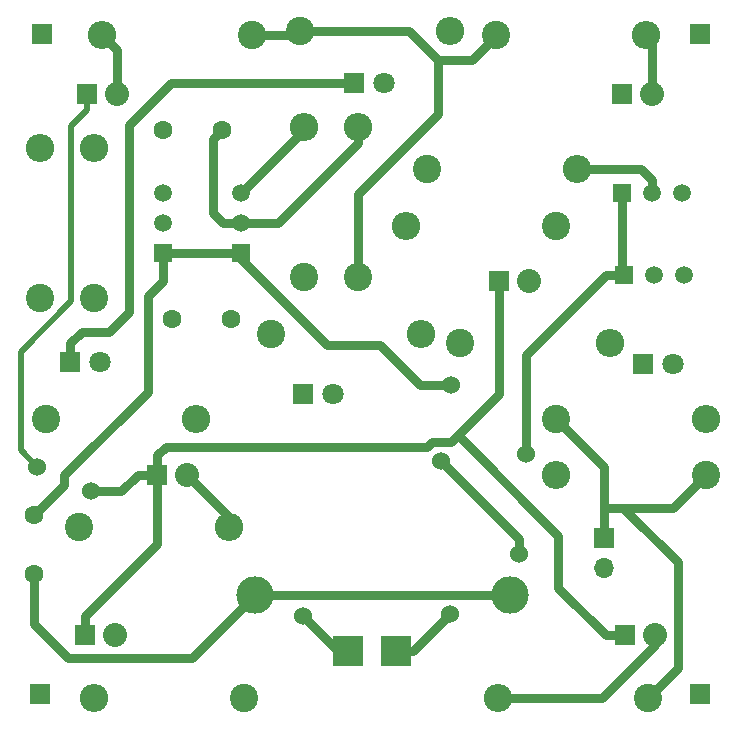
<source format=gbr>
G04 #@! TF.GenerationSoftware,KiCad,Pcbnew,(5.0.1)-4*
G04 #@! TF.CreationDate,2019-02-28T18:49:44-05:00*
G04 #@! TF.ProjectId,km-skillz-badge-kit,6B6D2D736B696C6C7A2D62616467652D,rev?*
G04 #@! TF.SameCoordinates,Original*
G04 #@! TF.FileFunction,Copper,L1,Top,Signal*
G04 #@! TF.FilePolarity,Positive*
%FSLAX46Y46*%
G04 Gerber Fmt 4.6, Leading zero omitted, Abs format (unit mm)*
G04 Created by KiCad (PCBNEW (5.0.1)-4) date 2/28/2019 6:49:44 PM*
%MOMM*%
%LPD*%
G01*
G04 APERTURE LIST*
G04 #@! TA.AperFunction,ComponentPad*
%ADD10O,1.700000X1.700000*%
G04 #@! TD*
G04 #@! TA.AperFunction,ComponentPad*
%ADD11R,1.700000X1.700000*%
G04 #@! TD*
G04 #@! TA.AperFunction,ComponentPad*
%ADD12C,3.175000*%
G04 #@! TD*
G04 #@! TA.AperFunction,ComponentPad*
%ADD13R,1.778000X1.778000*%
G04 #@! TD*
G04 #@! TA.AperFunction,ComponentPad*
%ADD14C,2.032000*%
G04 #@! TD*
G04 #@! TA.AperFunction,ComponentPad*
%ADD15C,1.800000*%
G04 #@! TD*
G04 #@! TA.AperFunction,ComponentPad*
%ADD16R,1.800000X1.800000*%
G04 #@! TD*
G04 #@! TA.AperFunction,ComponentPad*
%ADD17C,1.520000*%
G04 #@! TD*
G04 #@! TA.AperFunction,ComponentPad*
%ADD18R,1.520000X1.520000*%
G04 #@! TD*
G04 #@! TA.AperFunction,ComponentPad*
%ADD19C,1.600000*%
G04 #@! TD*
G04 #@! TA.AperFunction,ComponentPad*
%ADD20C,2.400000*%
G04 #@! TD*
G04 #@! TA.AperFunction,ComponentPad*
%ADD21O,2.400000X2.400000*%
G04 #@! TD*
G04 #@! TA.AperFunction,SMDPad,CuDef*
%ADD22R,2.540000X2.500000*%
G04 #@! TD*
G04 #@! TA.AperFunction,ViaPad*
%ADD23C,1.524000*%
G04 #@! TD*
G04 #@! TA.AperFunction,Conductor*
%ADD24C,0.762000*%
G04 #@! TD*
G04 #@! TA.AperFunction,Conductor*
%ADD25C,0.508000*%
G04 #@! TD*
G04 APERTURE END LIST*
D10*
G04 #@! TO.P,J1,2*
G04 #@! TO.N,Net-(BT1-Pad1)*
X170180000Y-101092000D03*
D11*
G04 #@! TO.P,J1,1*
G04 #@! TO.N,VCC*
X170180000Y-98552000D03*
G04 #@! TD*
D12*
G04 #@! TO.P,BT1,1*
G04 #@! TO.N,Net-(BT1-Pad1)*
X162179000Y-103378000D03*
X140589000Y-103378000D03*
G04 #@! TD*
D13*
G04 #@! TO.P,D4,1*
G04 #@! TO.N,Net-(D1-Pad1)*
X126238000Y-106807000D03*
D14*
G04 #@! TO.P,D4,2*
G04 #@! TO.N,Net-(D4-Pad2)*
X128778000Y-106807000D03*
G04 #@! TD*
G04 #@! TO.P,D3,2*
G04 #@! TO.N,Net-(D3-Pad2)*
X174498000Y-106807000D03*
D13*
G04 #@! TO.P,D3,1*
G04 #@! TO.N,Net-(D1-Pad1)*
X171958000Y-106807000D03*
G04 #@! TD*
G04 #@! TO.P,D1,1*
G04 #@! TO.N,Net-(D1-Pad1)*
X126365000Y-60960000D03*
D14*
G04 #@! TO.P,D1,2*
G04 #@! TO.N,Net-(D1-Pad2)*
X128905000Y-60960000D03*
G04 #@! TD*
D13*
G04 #@! TO.P,D2,1*
G04 #@! TO.N,Net-(D1-Pad1)*
X171704000Y-60960000D03*
D14*
G04 #@! TO.P,D2,2*
G04 #@! TO.N,Net-(D2-Pad2)*
X174244000Y-60960000D03*
G04 #@! TD*
G04 #@! TO.P,D5,2*
G04 #@! TO.N,Net-(D5-Pad2)*
X134874000Y-93218000D03*
D13*
G04 #@! TO.P,D5,1*
G04 #@! TO.N,Net-(D1-Pad1)*
X132334000Y-93218000D03*
G04 #@! TD*
D14*
G04 #@! TO.P,D6,2*
G04 #@! TO.N,Net-(D6-Pad2)*
X163830000Y-76835000D03*
D13*
G04 #@! TO.P,D6,1*
G04 #@! TO.N,Net-(D1-Pad1)*
X161290000Y-76835000D03*
G04 #@! TD*
D15*
G04 #@! TO.P,D7,2*
G04 #@! TO.N,Net-(D7-Pad2)*
X151511000Y-60020200D03*
D16*
G04 #@! TO.P,D7,1*
G04 #@! TO.N,Net-(D10-Pad1)*
X148971000Y-60020200D03*
G04 #@! TD*
G04 #@! TO.P,D8,1*
G04 #@! TO.N,Net-(D10-Pad1)*
X173431200Y-83820000D03*
D15*
G04 #@! TO.P,D8,2*
G04 #@! TO.N,Net-(D8-Pad2)*
X175971200Y-83820000D03*
G04 #@! TD*
D16*
G04 #@! TO.P,D10,1*
G04 #@! TO.N,Net-(D10-Pad1)*
X124968000Y-83693000D03*
D15*
G04 #@! TO.P,D10,2*
G04 #@! TO.N,Net-(D10-Pad2)*
X127508000Y-83693000D03*
G04 #@! TD*
G04 #@! TO.P,D11,2*
G04 #@! TO.N,Net-(D11-Pad2)*
X147193000Y-86360000D03*
D16*
G04 #@! TO.P,D11,1*
G04 #@! TO.N,Net-(D10-Pad1)*
X144653000Y-86360000D03*
G04 #@! TD*
D17*
G04 #@! TO.P,Q1,2*
G04 #@! TO.N,Net-(Q1-Pad2)*
X174244000Y-69342000D03*
G04 #@! TO.P,Q1,3*
G04 #@! TO.N,Net-(D1-Pad1)*
X176784000Y-69342000D03*
D18*
G04 #@! TO.P,Q1,1*
G04 #@! TO.N,GND*
X171704000Y-69342000D03*
G04 #@! TD*
G04 #@! TO.P,Q2,1*
G04 #@! TO.N,GND*
X171831000Y-76327000D03*
D17*
G04 #@! TO.P,Q2,3*
G04 #@! TO.N,Net-(D10-Pad1)*
X176911000Y-76327000D03*
G04 #@! TO.P,Q2,2*
G04 #@! TO.N,Net-(Q2-Pad2)*
X174371000Y-76327000D03*
G04 #@! TD*
D18*
G04 #@! TO.P,Q3,1*
G04 #@! TO.N,GND*
X139446000Y-74422000D03*
D17*
G04 #@! TO.P,Q3,3*
G04 #@! TO.N,Net-(C1-Pad1)*
X139446000Y-69342000D03*
G04 #@! TO.P,Q3,2*
G04 #@! TO.N,Net-(C2-Pad1)*
X139446000Y-71882000D03*
G04 #@! TD*
G04 #@! TO.P,Q4,2*
G04 #@! TO.N,Net-(C1-Pad2)*
X132842000Y-71882000D03*
G04 #@! TO.P,Q4,3*
G04 #@! TO.N,Net-(C2-Pad2)*
X132842000Y-69342000D03*
D18*
G04 #@! TO.P,Q4,1*
G04 #@! TO.N,GND*
X132842000Y-74422000D03*
G04 #@! TD*
D19*
G04 #@! TO.P,C1,2*
G04 #@! TO.N,Net-(C1-Pad2)*
X133604000Y-80010000D03*
G04 #@! TO.P,C1,1*
G04 #@! TO.N,Net-(C1-Pad1)*
X138604000Y-80010000D03*
G04 #@! TD*
G04 #@! TO.P,C2,2*
G04 #@! TO.N,Net-(C2-Pad2)*
X132842000Y-64008000D03*
G04 #@! TO.P,C2,1*
G04 #@! TO.N,Net-(C2-Pad1)*
X137842000Y-64008000D03*
G04 #@! TD*
G04 #@! TO.P,C3,2*
G04 #@! TO.N,GND*
X121920000Y-96600000D03*
G04 #@! TO.P,C3,1*
G04 #@! TO.N,Net-(BT1-Pad1)*
X121920000Y-101600000D03*
G04 #@! TD*
D11*
G04 #@! TO.P,MTH1,1*
G04 #@! TO.N,N/C*
X178308000Y-55880000D03*
G04 #@! TD*
G04 #@! TO.P,MTH2,1*
G04 #@! TO.N,N/C*
X122555000Y-55880000D03*
G04 #@! TD*
G04 #@! TO.P,MTH3,1*
G04 #@! TO.N,N/C*
X122428000Y-111760000D03*
G04 #@! TD*
G04 #@! TO.P,MTH4,1*
G04 #@! TO.N,N/C*
X178308000Y-111760000D03*
G04 #@! TD*
D20*
G04 #@! TO.P,R1,1*
G04 #@! TO.N,VCC*
X140335000Y-56007000D03*
D21*
G04 #@! TO.P,R1,2*
G04 #@! TO.N,Net-(D1-Pad2)*
X127635000Y-56007000D03*
G04 #@! TD*
G04 #@! TO.P,R2,2*
G04 #@! TO.N,Net-(D2-Pad2)*
X173736000Y-56007000D03*
D20*
G04 #@! TO.P,R2,1*
G04 #@! TO.N,VCC*
X161036000Y-56007000D03*
G04 #@! TD*
G04 #@! TO.P,R3,1*
G04 #@! TO.N,VCC*
X173863000Y-112141000D03*
D21*
G04 #@! TO.P,R3,2*
G04 #@! TO.N,Net-(D3-Pad2)*
X161163000Y-112141000D03*
G04 #@! TD*
G04 #@! TO.P,R4,2*
G04 #@! TO.N,Net-(D4-Pad2)*
X127000000Y-112141000D03*
D20*
G04 #@! TO.P,R4,1*
G04 #@! TO.N,VCC*
X139700000Y-112141000D03*
G04 #@! TD*
G04 #@! TO.P,R5,1*
G04 #@! TO.N,VCC*
X125730000Y-97663000D03*
D21*
G04 #@! TO.P,R5,2*
G04 #@! TO.N,Net-(D5-Pad2)*
X138430000Y-97663000D03*
G04 #@! TD*
G04 #@! TO.P,R6,2*
G04 #@! TO.N,Net-(D6-Pad2)*
X170688000Y-82042000D03*
D20*
G04 #@! TO.P,R6,1*
G04 #@! TO.N,VCC*
X157988000Y-82042000D03*
G04 #@! TD*
G04 #@! TO.P,R7,1*
G04 #@! TO.N,VCC*
X144399000Y-55626000D03*
D21*
G04 #@! TO.P,R7,2*
G04 #@! TO.N,Net-(D7-Pad2)*
X157099000Y-55626000D03*
G04 #@! TD*
G04 #@! TO.P,R8,2*
G04 #@! TO.N,Net-(D8-Pad2)*
X178816000Y-88519000D03*
D20*
G04 #@! TO.P,R8,1*
G04 #@! TO.N,VCC*
X166116000Y-88519000D03*
G04 #@! TD*
G04 #@! TO.P,R9,1*
G04 #@! TO.N,VCC*
X178816000Y-93218000D03*
D21*
G04 #@! TO.P,R9,2*
G04 #@! TO.N,Net-(D9-Pad2)*
X166116000Y-93218000D03*
G04 #@! TD*
G04 #@! TO.P,R10,2*
G04 #@! TO.N,Net-(D10-Pad2)*
X135636000Y-88468200D03*
D20*
G04 #@! TO.P,R10,1*
G04 #@! TO.N,VCC*
X122936000Y-88468200D03*
G04 #@! TD*
G04 #@! TO.P,R11,1*
G04 #@! TO.N,VCC*
X141986000Y-81280000D03*
D21*
G04 #@! TO.P,R11,2*
G04 #@! TO.N,Net-(D11-Pad2)*
X154686000Y-81280000D03*
G04 #@! TD*
D20*
G04 #@! TO.P,R12,1*
G04 #@! TO.N,Net-(C1-Pad1)*
X155194000Y-67310000D03*
D21*
G04 #@! TO.P,R12,2*
G04 #@! TO.N,Net-(Q1-Pad2)*
X167894000Y-67310000D03*
G04 #@! TD*
G04 #@! TO.P,R13,2*
G04 #@! TO.N,Net-(C2-Pad2)*
X153416000Y-72136000D03*
D20*
G04 #@! TO.P,R13,1*
G04 #@! TO.N,Net-(Q2-Pad2)*
X166116000Y-72136000D03*
G04 #@! TD*
D21*
G04 #@! TO.P,R14,2*
G04 #@! TO.N,Net-(C1-Pad1)*
X144780000Y-63754000D03*
D20*
G04 #@! TO.P,R14,1*
G04 #@! TO.N,VCC*
X144780000Y-76454000D03*
G04 #@! TD*
D21*
G04 #@! TO.P,R15,2*
G04 #@! TO.N,Net-(C1-Pad2)*
X122428000Y-65532000D03*
D20*
G04 #@! TO.P,R15,1*
G04 #@! TO.N,VCC*
X122428000Y-78232000D03*
G04 #@! TD*
G04 #@! TO.P,R16,1*
G04 #@! TO.N,VCC*
X149352000Y-76454000D03*
D21*
G04 #@! TO.P,R16,2*
G04 #@! TO.N,Net-(C2-Pad1)*
X149352000Y-63754000D03*
G04 #@! TD*
G04 #@! TO.P,R17,2*
G04 #@! TO.N,Net-(C2-Pad2)*
X127000000Y-65532000D03*
D20*
G04 #@! TO.P,R17,1*
G04 #@! TO.N,VCC*
X127000000Y-78232000D03*
G04 #@! TD*
D22*
G04 #@! TO.P,D9,2*
G04 #@! TO.N,Net-(D9-Pad2)*
X152501600Y-108153200D03*
G04 #@! TO.P,D9,1*
G04 #@! TO.N,Net-(D10-Pad1)*
X148501600Y-108153200D03*
G04 #@! TD*
D23*
G04 #@! TO.N,GND*
X163576000Y-91440000D03*
X157226000Y-85598000D03*
G04 #@! TO.N,Net-(D1-Pad1)*
X126746000Y-94615000D03*
X122174000Y-92557600D03*
G04 #@! TO.N,Net-(D9-Pad2)*
X157124400Y-105029000D03*
G04 #@! TO.N,Net-(D10-Pad1)*
X162915600Y-99923600D03*
X156362400Y-92075000D03*
X144653000Y-105167000D03*
G04 #@! TD*
D24*
G04 #@! TO.N,GND*
X132842000Y-74422000D02*
X139446000Y-74422000D01*
X171704000Y-76200000D02*
X171831000Y-76327000D01*
X171704000Y-69342000D02*
X171704000Y-76200000D01*
X163576000Y-90362370D02*
X163576000Y-91440000D01*
X163576000Y-83060000D02*
X163576000Y-90362370D01*
X170309000Y-76327000D02*
X163576000Y-83060000D01*
X171831000Y-76327000D02*
X170309000Y-76327000D01*
X124460000Y-93218000D02*
X131521200Y-86156800D01*
X131521200Y-86156800D02*
X131521200Y-78079600D01*
X132842000Y-76758800D02*
X132842000Y-74422000D01*
X131521200Y-78079600D02*
X132842000Y-76758800D01*
X124460000Y-94060000D02*
X121920000Y-96600000D01*
X124460000Y-93218000D02*
X124460000Y-94060000D01*
X139446000Y-74422000D02*
X139446000Y-74930000D01*
X139446000Y-74930000D02*
X146710400Y-82194400D01*
X146710400Y-82194400D02*
X151180800Y-82194400D01*
X154584400Y-85598000D02*
X157226000Y-85598000D01*
X151180800Y-82194400D02*
X154584400Y-85598000D01*
G04 #@! TO.N,Net-(D1-Pad2)*
X128905000Y-57277000D02*
X127635000Y-56007000D01*
X128905000Y-60960000D02*
X128905000Y-57277000D01*
G04 #@! TO.N,Net-(D2-Pad2)*
X174244000Y-56515000D02*
X173736000Y-56007000D01*
X174244000Y-60960000D02*
X174244000Y-56515000D01*
G04 #@! TO.N,Net-(D3-Pad2)*
X162860056Y-112141000D02*
X161163000Y-112141000D01*
X170002202Y-112141000D02*
X162860056Y-112141000D01*
X174498000Y-107645202D02*
X170002202Y-112141000D01*
X174498000Y-106807000D02*
X174498000Y-107645202D01*
G04 #@! TO.N,Net-(D5-Pad2)*
X138430000Y-96774000D02*
X134874000Y-93218000D01*
X138430000Y-97663000D02*
X138430000Y-96774000D01*
G04 #@! TO.N,VCC*
X171792000Y-96012000D02*
X170180000Y-96012000D01*
X176403001Y-100623001D02*
X171792000Y-96012000D01*
X176403001Y-109600999D02*
X176403001Y-100623001D01*
X173863000Y-112141000D02*
X176403001Y-109600999D01*
X170180000Y-92583000D02*
X166116000Y-88519000D01*
X170180000Y-96012000D02*
X170180000Y-92583000D01*
X159836001Y-57206999D02*
X161036000Y-56007000D01*
X158946999Y-58096001D02*
X159836001Y-57206999D01*
X156096279Y-58096001D02*
X158946999Y-58096001D01*
X154007278Y-56007000D02*
X156096279Y-58096001D01*
X156096279Y-58096001D02*
X156096279Y-62648521D01*
X156096279Y-62648521D02*
X149352000Y-69392800D01*
X176022000Y-96012000D02*
X178816000Y-93218000D01*
X171792000Y-96012000D02*
X176022000Y-96012000D01*
X170180000Y-96940000D02*
X170180000Y-96012000D01*
X170180000Y-98552000D02*
X170180000Y-96940000D01*
X149352000Y-69392800D02*
X149352000Y-76454000D01*
X144018000Y-56007000D02*
X144399000Y-55626000D01*
X140335000Y-56007000D02*
X144018000Y-56007000D01*
X153626278Y-55626000D02*
X154007278Y-56007000D01*
X144399000Y-55626000D02*
X153626278Y-55626000D01*
G04 #@! TO.N,Net-(D1-Pad1)*
X132334000Y-91567000D02*
X132334000Y-93218000D01*
X161290000Y-76835000D02*
X161290000Y-86360000D01*
X132334000Y-94869000D02*
X132334000Y-93218000D01*
X132334000Y-99060000D02*
X132334000Y-94869000D01*
X126238000Y-105156000D02*
X132334000Y-99060000D01*
X126238000Y-106807000D02*
X126238000Y-105156000D01*
X130683000Y-93218000D02*
X129286000Y-94615000D01*
X132334000Y-93218000D02*
X130683000Y-93218000D01*
X129286000Y-94615000D02*
X126746000Y-94615000D01*
D25*
X126365000Y-62357000D02*
X126365000Y-60960000D01*
X125037999Y-63684001D02*
X126365000Y-62357000D01*
X125037999Y-78525763D02*
X125037999Y-63684001D01*
X120750010Y-82813752D02*
X125037999Y-78525763D01*
X122174000Y-92557600D02*
X120750010Y-91133610D01*
X120750010Y-91133610D02*
X120750010Y-82813752D01*
D24*
X170307000Y-106807000D02*
X166268400Y-102768400D01*
X171958000Y-106807000D02*
X170307000Y-106807000D01*
X166268400Y-98348800D02*
X157784800Y-89865200D01*
X166268400Y-102768400D02*
X166268400Y-98348800D01*
X161290000Y-86360000D02*
X157784800Y-89865200D01*
X157784800Y-89865200D02*
X157226000Y-90424000D01*
X155569918Y-90424000D02*
X157226000Y-90424000D01*
X155163518Y-90830400D02*
X155569918Y-90424000D01*
X133070600Y-90830400D02*
X155163518Y-90830400D01*
X132334000Y-91567000D02*
X133070600Y-90830400D01*
G04 #@! TO.N,Net-(D9-Pad2)*
X154000200Y-108153200D02*
X157124400Y-105029000D01*
X152501600Y-108153200D02*
X154000200Y-108153200D01*
G04 #@! TO.N,Net-(Q1-Pad2)*
X174244000Y-68267198D02*
X174244000Y-69342000D01*
X173286802Y-67310000D02*
X174244000Y-68267198D01*
X167894000Y-67310000D02*
X173286802Y-67310000D01*
G04 #@! TO.N,Net-(BT1-Pad1)*
X159933936Y-103378000D02*
X140589000Y-103378000D01*
X162179000Y-103378000D02*
X159933936Y-103378000D01*
X121920000Y-105867202D02*
X121920000Y-101600000D01*
X124764799Y-108712001D02*
X121920000Y-105867202D01*
X140589000Y-103378000D02*
X135254999Y-108712001D01*
X135254999Y-108712001D02*
X124764799Y-108712001D01*
G04 #@! TO.N,Net-(C1-Pad1)*
X144780000Y-64008000D02*
X144780000Y-63754000D01*
X139446000Y-69342000D02*
X144780000Y-64008000D01*
G04 #@! TO.N,Net-(C2-Pad1)*
X137042001Y-64807999D02*
X137042001Y-71002001D01*
X137842000Y-64008000D02*
X137042001Y-64807999D01*
X137042001Y-71002001D02*
X137922000Y-71882000D01*
X137922000Y-71882000D02*
X139446000Y-71882000D01*
X149352000Y-65074800D02*
X149352000Y-62992000D01*
X139446000Y-71882000D02*
X142544800Y-71882000D01*
X142544800Y-71882000D02*
X149352000Y-65074800D01*
G04 #@! TO.N,Net-(D10-Pad1)*
X124968000Y-82031000D02*
X124968000Y-83693000D01*
X129895600Y-63601600D02*
X129895600Y-79451200D01*
X129895600Y-79451200D02*
X128270000Y-81076800D01*
X128270000Y-81076800D02*
X125922200Y-81076800D01*
X125922200Y-81076800D02*
X124968000Y-82031000D01*
X162915600Y-98628200D02*
X162915600Y-99923600D01*
X156362400Y-92075000D02*
X162915600Y-98628200D01*
X133477000Y-60020200D02*
X148971000Y-60020200D01*
X129895600Y-63601600D02*
X133477000Y-60020200D01*
X147639200Y-108153200D02*
X144653000Y-105167000D01*
X148501600Y-108153200D02*
X147639200Y-108153200D01*
G04 #@! TD*
M02*

</source>
